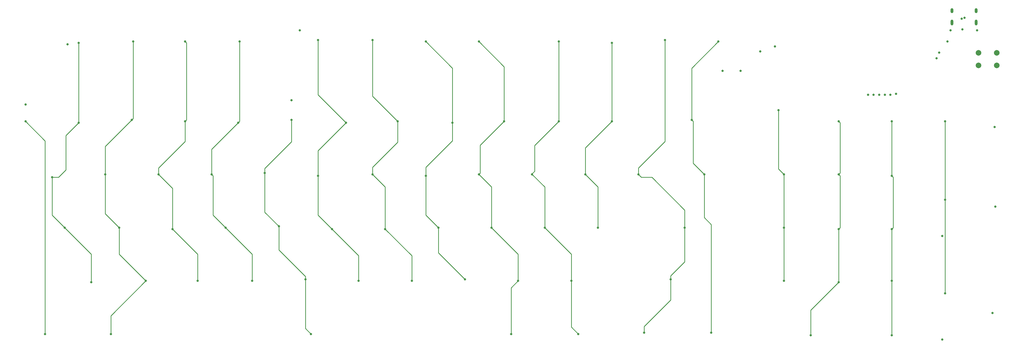
<source format=gbr>
%TF.GenerationSoftware,KiCad,Pcbnew,8.0.5*%
%TF.CreationDate,2024-11-10T16:14:26+11:00*%
%TF.ProjectId,keyboard,6b657962-6f61-4726-942e-6b696361645f,rev?*%
%TF.SameCoordinates,Original*%
%TF.FileFunction,Copper,L5,Inr*%
%TF.FilePolarity,Positive*%
%FSLAX46Y46*%
G04 Gerber Fmt 4.6, Leading zero omitted, Abs format (unit mm)*
G04 Created by KiCad (PCBNEW 8.0.5) date 2024-11-10 16:14:26*
%MOMM*%
%LPD*%
G01*
G04 APERTURE LIST*
%TA.AperFunction,ComponentPad*%
%ADD10C,2.000000*%
%TD*%
%TA.AperFunction,ComponentPad*%
%ADD11O,1.000000X1.800000*%
%TD*%
%TA.AperFunction,ComponentPad*%
%ADD12O,1.000000X2.100000*%
%TD*%
%TA.AperFunction,ViaPad*%
%ADD13C,0.800000*%
%TD*%
%TA.AperFunction,Conductor*%
%ADD14C,0.250000*%
%TD*%
G04 APERTURE END LIST*
D10*
%TO.N,GND*%
%TO.C,SW1*%
X391500000Y-36500000D03*
X385000000Y-36500000D03*
%TO.N,Net-(U1-BOOTSEL)*%
X391500000Y-41000000D03*
X385000000Y-41000000D03*
%TD*%
D11*
%TO.N,unconnected-(J1-SHIELD-PadS1)_3*%
%TO.C,J1*%
X375500000Y-21500000D03*
D12*
%TO.N,unconnected-(J1-SHIELD-PadS1)_1*%
X375500000Y-25700000D03*
D11*
%TO.N,unconnected-(J1-SHIELD-PadS1)_2*%
X384140000Y-21500000D03*
D12*
%TO.N,unconnected-(J1-SHIELD-PadS1)*%
X384140000Y-25700000D03*
%TD*%
D13*
%TO.N,col1*%
X59500000Y-33500000D03*
X44500000Y-55000000D03*
X51500000Y-137000000D03*
X44500000Y-61000000D03*
%TO.N,col2*%
X63500000Y-33000000D03*
X63500000Y-61500000D03*
X58500000Y-99000000D03*
X68000000Y-118500000D03*
X54000000Y-81000000D03*
%TO.N,col3*%
X83000000Y-32500000D03*
X87500000Y-118000000D03*
X73000000Y-80000000D03*
X75000000Y-137000000D03*
X82500000Y-60500000D03*
X78000000Y-99000000D03*
%TO.N,col4*%
X97000000Y-99500000D03*
X101500000Y-61000000D03*
X101500000Y-32500000D03*
X92000000Y-80000000D03*
X106000000Y-118000000D03*
%TO.N,col5*%
X111000000Y-80000000D03*
X125500000Y-118000000D03*
X116000000Y-99000000D03*
X120500000Y-61500000D03*
X121000000Y-32500000D03*
%TO.N,col6*%
X142500000Y-28500000D03*
X139500000Y-53500000D03*
X135000000Y-98500000D03*
X139500000Y-60500000D03*
X146500000Y-137000000D03*
X144500000Y-117500000D03*
X130000000Y-79500000D03*
%TO.N,col7*%
X149000000Y-80500000D03*
X159000000Y-61500000D03*
X154000000Y-99500000D03*
X149000000Y-32000000D03*
X163500000Y-118000000D03*
%TO.N,col8*%
X177500000Y-61000000D03*
X182500000Y-118000000D03*
X173000000Y-99500000D03*
X168500000Y-32000000D03*
X168500000Y-80000000D03*
%TO.N,col9*%
X201500000Y-117500000D03*
X197000000Y-61500000D03*
X192000000Y-99000000D03*
X187500000Y-32500000D03*
X187500000Y-80500000D03*
%TO.N,col10*%
X218000000Y-137000000D03*
X211000000Y-99000000D03*
X206500000Y-80000000D03*
X215500000Y-61000000D03*
X206500000Y-32500000D03*
X220500000Y-118000000D03*
%TO.N,col11*%
X242000000Y-137000000D03*
X235000000Y-61000000D03*
X235000000Y-32500000D03*
X230000000Y-99000000D03*
X225500000Y-80000000D03*
X239500000Y-118000000D03*
%TO.N,col12*%
X254000000Y-33000000D03*
X249000000Y-99000000D03*
X254000000Y-61000000D03*
X244500000Y-80000000D03*
%TO.N,col13*%
X263500000Y-80000000D03*
X280000000Y-99000000D03*
X265500000Y-136500000D03*
X275000000Y-117500000D03*
X273000000Y-32000014D03*
%TO.N,col14*%
X292000000Y-32500000D03*
X287000000Y-80000000D03*
X282500000Y-60500000D03*
X289500000Y-136500000D03*
%TO.N,col15*%
X315500000Y-118000000D03*
X315500000Y-99000000D03*
X315500000Y-80000000D03*
X313500000Y-57000000D03*
%TO.N,col16*%
X335000000Y-99500000D03*
X335000000Y-61000000D03*
X335000000Y-80000000D03*
X325000000Y-137500000D03*
X335000000Y-118500000D03*
%TO.N,col17*%
X354000000Y-99500000D03*
X354000000Y-80500000D03*
X354000000Y-137500000D03*
X354000000Y-118000000D03*
X354000000Y-61000000D03*
%TO.N,col18*%
X373000000Y-61000000D03*
X373000000Y-89000000D03*
X373000000Y-122500000D03*
%TO.N,row0*%
X312249991Y-34249991D03*
X345500000Y-51500000D03*
%TO.N,row1*%
X390775000Y-63000000D03*
X347500000Y-51500000D03*
%TO.N,row2*%
X391000000Y-91500000D03*
X349500000Y-51500000D03*
%TO.N,row3*%
X351500000Y-51500000D03*
X372000000Y-102000000D03*
%TO.N,row4*%
X353500000Y-51500000D03*
X390000000Y-129500000D03*
%TO.N,row5*%
X372000000Y-139000000D03*
X355500000Y-51225000D03*
%TO.N,LED_GND*%
X300000000Y-43000000D03*
%TO.N,LED_PWR*%
X293500000Y-43000000D03*
%TO.N,+5V *%
X375000000Y-28500000D03*
X373900000Y-32500000D03*
X384500000Y-28500000D03*
X379250035Y-28180510D03*
X307000000Y-35999996D03*
%TO.N,Net-(U1-USB_D+)*%
X370000000Y-38500000D03*
X380000000Y-24000000D03*
%TO.N,Net-(U1-USB_D-)*%
X370951987Y-36451997D03*
X378951992Y-24325000D03*
%TD*%
D14*
%TO.N,col1*%
X51500000Y-68000000D02*
X44500000Y-61000000D01*
X51500000Y-137000000D02*
X51500000Y-68000000D01*
%TO.N,col2*%
X63500000Y-33000000D02*
X63500000Y-61500000D01*
X58915000Y-66085000D02*
X58915000Y-78397767D01*
X58500000Y-99000000D02*
X68000000Y-108500000D01*
X58915000Y-78397767D02*
X56287767Y-81025000D01*
X63500000Y-61500000D02*
X58915000Y-66085000D01*
X54025000Y-81025000D02*
X54000000Y-81000000D01*
X54000000Y-81000000D02*
X54000000Y-94500000D01*
X56287767Y-81025000D02*
X54025000Y-81025000D01*
X54000000Y-94500000D02*
X58500000Y-99000000D01*
X68000000Y-108500000D02*
X68000000Y-118500000D01*
%TO.N,col3*%
X82500000Y-60500000D02*
X73000000Y-70000000D01*
X75000000Y-130500000D02*
X75000000Y-137000000D01*
X78000000Y-108500000D02*
X87500000Y-118000000D01*
X87500000Y-118000000D02*
X75000000Y-130500000D01*
X73000000Y-94000000D02*
X78000000Y-99000000D01*
X83000000Y-60000000D02*
X82500000Y-60500000D01*
X73000000Y-70000000D02*
X73000000Y-80000000D01*
X83000000Y-32500000D02*
X83000000Y-60000000D01*
X78000000Y-99000000D02*
X78000000Y-108500000D01*
X73000000Y-80000000D02*
X73000000Y-94000000D01*
%TO.N,col4*%
X102000000Y-33000000D02*
X101500000Y-32500000D01*
X106000000Y-118000000D02*
X106000000Y-108500000D01*
X92000000Y-80000000D02*
X92000000Y-77723350D01*
X97000000Y-99500000D02*
X97000000Y-85000000D01*
X106000000Y-108500000D02*
X97000000Y-99500000D01*
X101500000Y-68223350D02*
X101500000Y-61000000D01*
X102000000Y-60500000D02*
X102000000Y-33000000D01*
X97000000Y-85000000D02*
X92000000Y-80000000D01*
X92000000Y-77723350D02*
X101500000Y-68223350D01*
X101500000Y-61000000D02*
X102000000Y-60500000D01*
%TO.N,col5*%
X116000000Y-99000000D02*
X125500000Y-108500000D01*
X121000000Y-61000000D02*
X120500000Y-61500000D01*
X111500000Y-94500000D02*
X116000000Y-99000000D01*
X125500000Y-108500000D02*
X125500000Y-118000000D01*
X111000000Y-80000000D02*
X111500000Y-80500000D01*
X111500000Y-80500000D02*
X111500000Y-94500000D01*
X121000000Y-32500000D02*
X121000000Y-61000000D01*
X111000000Y-71000000D02*
X111000000Y-80000000D01*
X120500000Y-61500000D02*
X111000000Y-71000000D01*
%TO.N,col6*%
X135000000Y-107000000D02*
X135000000Y-98500000D01*
X144500000Y-116500000D02*
X135000000Y-107000000D01*
X135000000Y-98500000D02*
X130000000Y-93500000D01*
X130000000Y-93500000D02*
X130000000Y-79500000D01*
X130000000Y-77823350D02*
X139500000Y-68323350D01*
X130000000Y-79500000D02*
X130000000Y-77823350D01*
X146500000Y-137000000D02*
X144500000Y-135000000D01*
X139500000Y-68323350D02*
X139500000Y-60500000D01*
X144500000Y-135000000D02*
X144500000Y-117500000D01*
X144500000Y-117500000D02*
X144500000Y-116500000D01*
%TO.N,col7*%
X149000000Y-71500000D02*
X149000000Y-80500000D01*
X149000000Y-32000000D02*
X149000000Y-51500000D01*
X163500000Y-109000000D02*
X163500000Y-118000000D01*
X149000000Y-94500000D02*
X154000000Y-99500000D01*
X154000000Y-99500000D02*
X163500000Y-109000000D01*
X149000000Y-80500000D02*
X149000000Y-94500000D01*
X149000000Y-51500000D02*
X159000000Y-61500000D01*
X159000000Y-61500000D02*
X149000000Y-71500000D01*
%TO.N,col8*%
X177500000Y-68423350D02*
X177500000Y-61000000D01*
X182500000Y-109000000D02*
X173000000Y-99500000D01*
X168500000Y-80000000D02*
X168500000Y-77423350D01*
X168500000Y-52000000D02*
X168500000Y-32000000D01*
X173000000Y-99500000D02*
X173000000Y-84500000D01*
X177500000Y-61000000D02*
X168500000Y-52000000D01*
X173000000Y-84500000D02*
X168500000Y-80000000D01*
X168500000Y-77423350D02*
X177500000Y-68423350D01*
X182500000Y-118000000D02*
X182500000Y-109000000D01*
%TO.N,col9*%
X187500000Y-80500000D02*
X187500000Y-94500000D01*
X187500000Y-32500000D02*
X197000000Y-42000000D01*
X187500000Y-94500000D02*
X192000000Y-99000000D01*
X196973350Y-68000000D02*
X187500000Y-77473350D01*
X197000000Y-68000000D02*
X196973350Y-68000000D01*
X197000000Y-42000000D02*
X197000000Y-61500000D01*
X192000000Y-99000000D02*
X192000000Y-108000000D01*
X192000000Y-108000000D02*
X201500000Y-117500000D01*
X187500000Y-77473350D02*
X187500000Y-80500000D01*
X197000000Y-61500000D02*
X197000000Y-68000000D01*
%TO.N,col10*%
X206920000Y-79580000D02*
X206920000Y-69580000D01*
X218000000Y-137000000D02*
X218000000Y-120500000D01*
X211000000Y-84500000D02*
X206500000Y-80000000D01*
X220500000Y-108500000D02*
X211000000Y-99000000D01*
X206500000Y-80000000D02*
X206920000Y-79580000D01*
X206920000Y-69580000D02*
X215500000Y-61000000D01*
X211000000Y-99000000D02*
X211000000Y-84500000D01*
X220500000Y-118000000D02*
X220500000Y-108500000D01*
X215500000Y-41500000D02*
X206500000Y-32500000D01*
X215500000Y-61000000D02*
X215500000Y-41500000D01*
X218000000Y-120500000D02*
X220500000Y-118000000D01*
%TO.N,col11*%
X239500000Y-118000000D02*
X239500000Y-134500000D01*
X235000000Y-32500000D02*
X235000000Y-61000000D01*
X230000000Y-99000000D02*
X239500000Y-108500000D01*
X225500000Y-79727233D02*
X225500000Y-80000000D01*
X226363616Y-69636384D02*
X226363616Y-78863617D01*
X226363616Y-78863617D02*
X225500000Y-79727233D01*
X239500000Y-134500000D02*
X242000000Y-137000000D01*
X230000000Y-84500000D02*
X230000000Y-99000000D01*
X225500000Y-80000000D02*
X230000000Y-84500000D01*
X235000000Y-61000000D02*
X226363616Y-69636384D01*
X239500000Y-108500000D02*
X239500000Y-118000000D01*
%TO.N,col12*%
X244500000Y-80000000D02*
X249000000Y-84500000D01*
X244500000Y-80000000D02*
X244500000Y-70500000D01*
X254000000Y-61000000D02*
X254000000Y-33000000D01*
X249000000Y-84500000D02*
X249000000Y-99000000D01*
X244500000Y-70500000D02*
X254000000Y-61000000D01*
%TO.N,col13*%
X263500000Y-80000000D02*
X263500000Y-77673350D01*
X280000000Y-99000000D02*
X280000000Y-92725131D01*
X280000000Y-111179600D02*
X280000000Y-99000000D01*
X273000000Y-33500000D02*
X273000000Y-32000000D01*
X265500000Y-134348381D02*
X275000000Y-124848381D01*
X275000000Y-117500000D02*
X275000000Y-116179600D01*
X275000000Y-124848381D02*
X275000000Y-117500000D01*
X263500000Y-77673350D02*
X273000000Y-68173350D01*
X273000000Y-68173350D02*
X273000000Y-33500000D01*
X275000000Y-116179600D02*
X280000000Y-111179600D01*
X273000000Y-33500000D02*
X273000000Y-32500000D01*
X280000000Y-92725131D02*
X268299869Y-81025000D01*
X264525000Y-81025000D02*
X263500000Y-80000000D01*
X273000000Y-32500000D02*
X273000000Y-32000014D01*
X265500000Y-136500000D02*
X265500000Y-134348381D01*
X268299869Y-81025000D02*
X264525000Y-81025000D01*
%TO.N,col14*%
X287000000Y-80000000D02*
X287000000Y-95406119D01*
X282500000Y-42000000D02*
X282500000Y-60500000D01*
X282500000Y-60500000D02*
X283000000Y-61000000D01*
X283000000Y-76000000D02*
X287000000Y-80000000D01*
X283000000Y-61000000D02*
X283000000Y-76000000D01*
X287000000Y-95406119D02*
X289500000Y-97906119D01*
X289500000Y-97906119D02*
X289500000Y-136500000D01*
X292000000Y-32500000D02*
X282500000Y-42000000D01*
%TO.N,col15*%
X313500000Y-57000000D02*
X313500000Y-78000000D01*
X313500000Y-78000000D02*
X315500000Y-80000000D01*
X315500000Y-80000000D02*
X315500000Y-99000000D01*
X315500000Y-99000000D02*
X315500000Y-118000000D01*
%TO.N,col16*%
X335500000Y-80500000D02*
X335000000Y-80000000D01*
X335500000Y-61500000D02*
X335000000Y-61000000D01*
X325000000Y-137500000D02*
X325000000Y-128500000D01*
X335500000Y-99000000D02*
X335500000Y-80500000D01*
X335000000Y-99500000D02*
X335500000Y-99000000D01*
X335000000Y-80000000D02*
X335500000Y-79500000D01*
X325000000Y-128500000D02*
X335000000Y-118500000D01*
X335000000Y-118500000D02*
X335000000Y-99500000D01*
X335500000Y-79500000D02*
X335500000Y-61500000D01*
%TO.N,col17*%
X354500000Y-99000000D02*
X354000000Y-99500000D01*
X354500000Y-81000000D02*
X354500000Y-99000000D01*
X354000000Y-80500000D02*
X354500000Y-81000000D01*
X354000000Y-99500000D02*
X354000000Y-118000000D01*
X354000000Y-61000000D02*
X354000000Y-80500000D01*
X354000000Y-118000000D02*
X354000000Y-137500000D01*
%TO.N,col18*%
X373000000Y-122500000D02*
X373000000Y-89000000D01*
X373000000Y-89000000D02*
X373000000Y-61000000D01*
%TD*%
M02*

</source>
